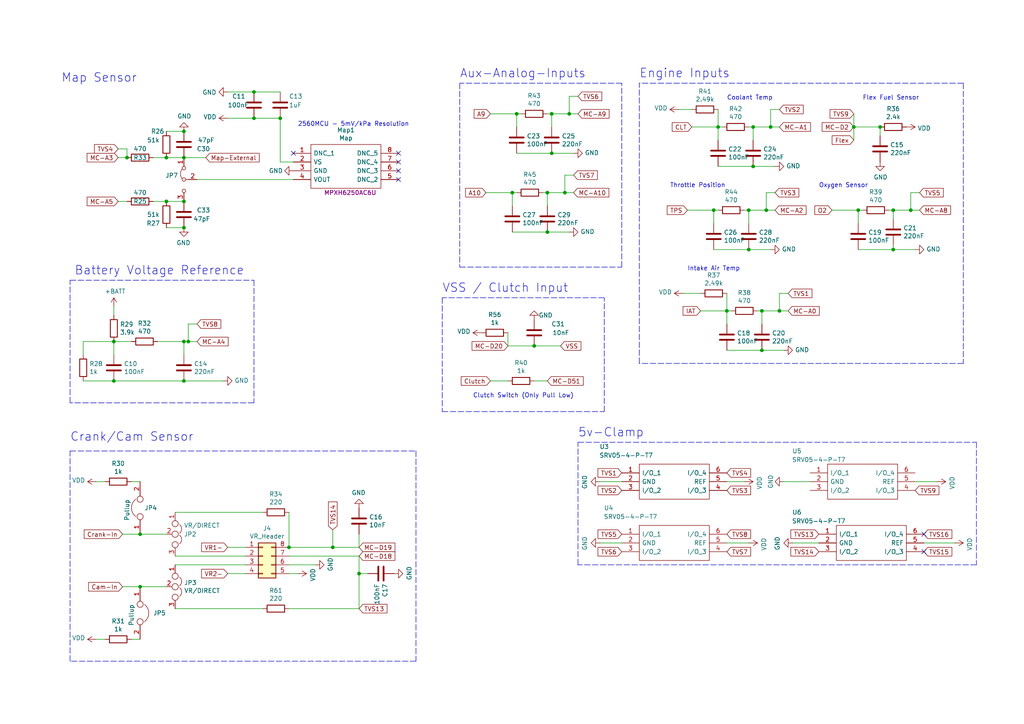
<source format=kicad_sch>
(kicad_sch (version 20211123) (generator eeschema)
  (paper "A4")
  (title_block (title "Pre-Ignition X4") (date "2022-10-1") (rev "MX4B-2") (company "DetonationEMS") (comment 1 "detonationems.com"))
  (lib_symbols
    (symbol "Connector_Generic:Conn_02x04_Counter_Clockwise" (pin_names (offset 1.016) hide)
      (property "Reference" "J" (at 1.27 5.08 0))
      (property "Value" "Conn_02x04_Counter_Clockwise" (at 1.27 -7.62 0))
      (symbol "Conn_02x04_Counter_Clockwise_1_1"
        (rectangle (start -1.27 -4.953) (end 0 -5.207) (stroke (width 0.1524)))
        (rectangle (start -1.27 -2.413) (end 0 -2.667) (stroke (width 0.1524)))
        (rectangle (start -1.27 0.127) (end 0 -0.127) (stroke (width 0.1524)))
        (rectangle (start -1.27 2.667) (end 0 2.413) (stroke (width 0.1524)))
        (rectangle (start -1.27 3.81) (end 3.81 -6.35) (stroke (width 0.254)) (fill (type background)))
        (rectangle (start 3.81 -4.953) (end 2.54 -5.207) (stroke (width 0.1524)))
        (rectangle (start 3.81 -2.413) (end 2.54 -2.667) (stroke (width 0.1524)))
        (rectangle (start 3.81 0.127) (end 2.54 -0.127) (stroke (width 0.1524)))
        (rectangle (start 3.81 2.667) (end 2.54 2.413) (stroke (width 0.1524)))
        (pin passive line (at -5.08 2.54 0) (length 3.81) (name "Pin_1") (number "1"))
        (pin passive line (at -5.08 0 0) (length 3.81) (name "Pin_2") (number "2"))
        (pin passive line (at -5.08 -2.54 0) (length 3.81) (name "Pin_3") (number "3"))
        (pin passive line (at -5.08 -5.08 0) (length 3.81) (name "Pin_4") (number "4"))
        (pin passive line (at 7.62 -5.08 180) (length 3.81) (name "Pin_5") (number "5"))
        (pin passive line (at 7.62 -2.54 180) (length 3.81) (name "Pin_6") (number "6"))
        (pin passive line (at 7.62 0 180) (length 3.81) (name "Pin_7") (number "7"))
        (pin passive line (at 7.62 2.54 180) (length 3.81) (name "Pin_8") (number "8"))
      )
    )
    (symbol "Device:C" (pin_numbers hide) (pin_names (offset 0.254))
      (property "Reference" "C" (at 0.635 2.54 0))
      (property "Value" "C" (at 0.635 -2.54 0))
      (symbol "C_0_1"
        (polyline (pts (xy -2.032 -0.762) (xy 2.032 -0.762)) (stroke (width 0.508)))
        (polyline (pts (xy -2.032 0.762) (xy 2.032 0.762)) (stroke (width 0.508)))
      )
      (symbol "C_1_1"
        (pin passive line (at 0 3.81 270) (length 2.794) (name "~") (number "1"))
        (pin passive line (at 0 -3.81 90) (length 2.794) (name "~") (number "2"))
      )
    )
    (symbol "Device:R" (pin_numbers hide) (pin_names (offset 0))
      (property "Reference" "R" (at 2.032 0 90))
      (property "Value" "R" (at 0 0 90))
      (symbol "R_0_1"
        (rectangle (start -1.016 -2.54) (end 1.016 2.54) (stroke (width 0.254)))
      )
      (symbol "R_1_1"
        (pin passive line (at 0 3.81 270) (length 1.27) (name "~") (number "1"))
        (pin passive line (at 0 -3.81 90) (length 1.27) (name "~") (number "2"))
      )
    )
    (symbol "Pre_Ignition-rescue:Jumper-Device" (pin_names (offset 0.762) hide)
      (property "Reference" "JP" (at 0 3.81 0))
      (property "Value" "Jumper-Device" (at 0 -2.032 0))
      (symbol "Jumper-Device_0_1"
        (circle (center -2.54 0) (radius 0.889))
        (arc (start 2.5146 1.27) (mid 0.0078 2.5097) (end -2.4892 1.27))
        (circle (center 2.54 0) (radius 0.889))
        (pin passive line (at -7.62 0 0) (length 4.191) (name "1") (number "1"))
        (pin passive line (at 7.62 0 180) (length 4.191) (name "2") (number "2"))
      )
    )
    (symbol "Pre_Ignition-rescue:Jumper_3_Bridged12-Jumper" (pin_names (offset 0) hide)
      (property "Reference" "JP" (at -2.54 -2.54 0))
      (property "Value" "Jumper_3_Bridged12-Jumper" (at 0 2.794 0))
      (symbol "Jumper_3_Bridged12-Jumper_0_0"
        (circle (center -3.302 0) (radius 0.508))
        (circle (center 0 0) (radius 0.508))
        (circle (center 3.302 0) (radius 0.508))
      )
      (symbol "Jumper_3_Bridged12-Jumper_0_1"
        (arc (start -0.254 0.508) (mid -1.651 0.9912) (end -3.048 0.508))
        (polyline (pts (xy 0 -1.27) (xy 0 -0.508)))
      )
      (symbol "Jumper_3_Bridged12-Jumper_1_1"
        (pin passive line (at -6.35 0 0) (length 2.54) (name "A") (number "1"))
        (pin input line (at 0 -3.81 90) (length 2.54) (name "C") (number "2"))
        (pin passive line (at 6.35 0 180) (length 2.54) (name "B") (number "3"))
      )
    )
    (symbol "Pre_Ignition-rescue:Jumper_NC_Dual-Device" (pin_names (offset 0.762) hide)
      (property "Reference" "JP" (at 1.27 -2.54 0))
      (property "Value" "Jumper_NC_Dual-Device" (at 0 2.54 0))
      (symbol "Jumper_NC_Dual-Device_0_1"
        (circle (center -3.048 0) (radius 0.889))
        (arc (start -0.254 1.27) (mid -1.524 1.8804) (end -2.794 1.27))
        (circle (center 0 0) (radius 0.9144))
        (arc (start 2.794 1.27) (mid 1.524 1.8804) (end 0.254 1.27))
        (circle (center 3.048 0) (radius 0.889))
        (pin passive line (at -6.35 0 0) (length 2.413) (name "1") (number "1"))
        (pin passive line (at 0 -2.54 90) (length 1.524) (name "2") (number "2"))
        (pin passive line (at 6.35 0 180) (length 2.413) (name "3") (number "3"))
      )
    )
    (symbol "Pre_Ignition-rescue:MPXH6250AC6U-MPXH6250-Pre_Ignition-rescue-Pre_Ignition-rescue-Pre_Ignition-rescue-Pre_Ignition-rescue" (pin_names (offset 0.762))
      (property "Reference" "IC" (at 26.67 7.62 0))
      (property "Value" "MPXH6250AC6U-MPXH6250-Pre_Ignition-rescue-Pre_Ignition-rescue-Pre_Ignition-rescue-Pre_Ignition-rescue" (at 26.67 5.08 0))
      (symbol "MPXH6250AC6U-MPXH6250-Pre_Ignition-rescue-Pre_Ignition-rescue-Pre_Ignition-rescue-Pre_Ignition-rescue_0_0"
        (pin passive line (at 0 0 0) (length 5.08) (name "DNC_1") (number "1"))
        (pin passive line (at 0 -2.54 0) (length 5.08) (name "VS") (number "2"))
        (pin passive line (at 0 -5.08 0) (length 5.08) (name "GND") (number "3"))
        (pin passive line (at 0 -7.62 0) (length 5.08) (name "VOUT") (number "4"))
        (pin passive line (at 30.48 -7.62 180) (length 5.08) (name "DNC_2") (number "5"))
        (pin passive line (at 30.48 -5.08 180) (length 5.08) (name "DNC_3") (number "6"))
        (pin passive line (at 30.48 -2.54 180) (length 5.08) (name "DNC_4") (number "7"))
        (pin passive line (at 30.48 0 180) (length 5.08) (name "DNC_5") (number "8"))
      )
      (symbol "MPXH6250AC6U-MPXH6250-Pre_Ignition-rescue-Pre_Ignition-rescue-Pre_Ignition-rescue-Pre_Ignition-rescue_0_1"
        (polyline (pts (xy 5.08 2.54) (xy 25.4 2.54) (xy 25.4 -10.16) (xy 5.08 -10.16) (xy 5.08 2.54)) (stroke (width 0.1524)))
      )
    )
    (symbol "Pre_Ignition-rescue:SRV05-4-P-T7-SRV05-4-P-T7-Pre_Ignition-rescue-Pre_Ignition-rescue-Pre_Ignition-rescue-Pre_Ignition-rescue" (pin_names (offset 0.762))
      (property "Reference" "IC" (at 26.67 7.62 0))
      (property "Value" "SRV05-4-P-T7-SRV05-4-P-T7-Pre_Ignition-rescue-Pre_Ignition-rescue-Pre_Ignition-rescue-Pre_Ignition-rescue" (at 26.67 5.08 0))
      (symbol "SRV05-4-P-T7-SRV05-4-P-T7-Pre_Ignition-rescue-Pre_Ignition-rescue-Pre_Ignition-rescue-Pre_Ignition-rescue_0_0"
        (pin passive line (at 0 0 0) (length 5.08) (name "I/O_1") (number "1"))
        (pin passive line (at 0 -2.54 0) (length 5.08) (name "GND") (number "2"))
        (pin passive line (at 0 -5.08 0) (length 5.08) (name "I/O_2") (number "3"))
        (pin passive line (at 30.48 -5.08 180) (length 5.08) (name "I/O_3") (number "4"))
        (pin passive line (at 30.48 -2.54 180) (length 5.08) (name "REF") (number "5"))
        (pin passive line (at 30.48 0 180) (length 5.08) (name "I/O_4") (number "6"))
      )
      (symbol "SRV05-4-P-T7-SRV05-4-P-T7-Pre_Ignition-rescue-Pre_Ignition-rescue-Pre_Ignition-rescue-Pre_Ignition-rescue_0_1"
        (polyline (pts (xy 5.08 2.54) (xy 25.4 2.54) (xy 25.4 -7.62) (xy 5.08 -7.62) (xy 5.08 2.54)) (stroke (width 0.1524)))
      )
    )
    (symbol "power:+BATT" (power) (pin_names (offset 0))
      (property "Value" "+BATT" (at 0 3.556 0))
      (symbol "+BATT_0_1"
        (polyline (pts (xy -0.762 1.27) (xy 0 2.54)))
        (polyline (pts (xy 0 0) (xy 0 2.54)))
        (polyline (pts (xy 0 2.54) (xy 0.762 1.27)))
      )
      (symbol "+BATT_1_1"
        (pin power_in line (at 0 0 90) (length 0) hide (name "+BATT") (number "1"))
      )
    )
    (symbol "power:GND" (power) (pin_names (offset 0))
      (property "Value" "GND" (at 0 -3.81 0))
      (symbol "GND_0_1"
        (polyline (pts (xy 0 0) (xy 0 -1.27) (xy 1.27 -1.27) (xy 0 -2.54) (xy -1.27 -1.27) (xy 0 -1.27)))
      )
      (symbol "GND_1_1"
        (pin power_in line (at 0 0 270) (length 0) hide (name "GND") (number "1"))
      )
    )
    (symbol "power:VDD" (power) (pin_names (offset 0))
      (property "Value" "VDD" (at 0 3.81 0))
      (symbol "VDD_0_1"
        (polyline (pts (xy -0.762 1.27) (xy 0 2.54)))
        (polyline (pts (xy 0 0) (xy 0 2.54)))
        (polyline (pts (xy 0 2.54) (xy 0.762 1.27)))
      )
      (symbol "VDD_1_1"
        (pin power_in line (at 0 0 90) (length 0) hide (name "VDD") (number "1"))
      )
    )
  )
  (junction (at 54.61 99.06))
  (junction (at 264.16 60.96))
  (junction (at 165.1 33.02))
  (junction (at 148.59 55.88))
  (junction (at 259.08 72.39))
  (junction (at 104.14 166.37))
  (junction (at 53.34 45.72))
  (junction (at 207.01 60.96))
  (junction (at 53.34 66.04))
  (junction (at 33.02 99.06))
  (junction (at 220.98 90.17))
  (junction (at 53.34 58.42))
  (junction (at 208.28 36.83))
  (junction (at 53.34 110.49))
  (junction (at 48.26 45.72))
  (junction (at 160.02 33.02))
  (junction (at 248.92 60.96))
  (junction (at 53.34 99.06))
  (junction (at 217.17 60.96))
  (junction (at 73.66 34.29))
  (junction (at 220.98 101.6))
  (junction (at 218.44 36.83))
  (junction (at 53.34 38.1))
  (junction (at 217.17 72.39))
  (junction (at 36.83 45.72))
  (junction (at 33.02 110.49))
  (junction (at 154.94 100.33))
  (junction (at 255.27 36.83))
  (junction (at 96.52 158.75))
  (junction (at 160.02 44.45))
  (junction (at 218.44 48.26))
  (junction (at 210.82 90.17))
  (junction (at 163.83 55.88))
  (junction (at 73.66 26.67))
  (junction (at 226.06 90.17))
  (junction (at 158.75 55.88))
  (junction (at 149.86 33.02))
  (junction (at 83.82 158.75))
  (junction (at 158.75 67.31))
  (junction (at 247.65 36.83))
  (junction (at 40.64 170.18))
  (junction (at 81.28 34.29))
  (junction (at 259.08 60.96))
  (junction (at 223.52 36.83))
  (junction (at 40.64 154.94))
  (junction (at 48.26 58.42))
  (junction (at 222.25 60.96))
  (no_connect (at 267.97 160.02))
  (no_connect (at 267.97 154.94))
  (no_connect (at 115.57 44.45))
  (no_connect (at 85.09 44.45))
  (no_connect (at 115.57 46.99))
  (no_connect (at 115.57 52.07))
  (no_connect (at 115.57 49.53))
  (polyline (pts (xy 133.35 24.13) (xy 133.35 77.47)))
  (polyline (pts (xy 128.27 86.36) (xy 128.27 119.38)))
  (wire (pts (xy 104.14 166.37) (xy 104.14 176.53)))
  (wire (pts (xy 96.52 153.67) (xy 96.52 158.75)))
  (wire (pts (xy 234.95 139.7) (xy 227.33 139.7)))
  (polyline (pts (xy 20.32 130.81) (xy 120.65 130.81)))
  (wire (pts (xy 147.32 96.52) (xy 147.32 100.33)))
  (wire (pts (xy 199.39 60.96) (xy 207.01 60.96)))
  (wire (pts (xy 241.3 60.96) (xy 248.92 60.96)))
  (wire (pts (xy 140.97 55.88) (xy 148.59 55.88)))
  (wire (pts (xy 53.34 66.04) (xy 48.26 66.04)))
  (wire (pts (xy 227.33 101.6) (xy 220.98 101.6)))
  (wire (pts (xy 207.01 60.96) (xy 207.01 64.77)))
  (wire (pts (xy 228.6 85.09) (xy 226.06 85.09)))
  (polyline (pts (xy 20.32 81.28) (xy 73.66 81.28)))
  (wire (pts (xy 154.94 110.49) (xy 158.75 110.49)))
  (wire (pts (xy 203.2 85.09) (xy 198.12 85.09)))
  (wire (pts (xy 148.59 55.88) (xy 148.59 59.69)))
  (wire (pts (xy 53.34 99.06) (xy 54.61 99.06)))
  (polyline (pts (xy 175.26 119.38) (xy 175.26 86.36)))
  (wire (pts (xy 210.82 101.6) (xy 220.98 101.6)))
  (wire (pts (xy 229.87 157.48) (xy 237.49 157.48)))
  (wire (pts (xy 163.83 50.8) (xy 163.83 55.88)))
  (wire (pts (xy 81.28 34.29) (xy 81.28 46.99)))
  (wire (pts (xy 255.27 36.83) (xy 255.27 39.37)))
  (wire (pts (xy 210.82 90.17) (xy 212.09 90.17)))
  (wire (pts (xy 264.16 60.96) (xy 266.7 60.96)))
  (wire (pts (xy 44.45 58.42) (xy 48.26 58.42)))
  (wire (pts (xy 38.1 185.42) (xy 40.64 185.42)))
  (wire (pts (xy 73.66 34.29) (xy 81.28 34.29)))
  (wire (pts (xy 57.15 93.98) (xy 54.61 93.98)))
  (wire (pts (xy 71.12 166.37) (xy 66.04 166.37)))
  (wire (pts (xy 45.72 99.06) (xy 53.34 99.06)))
  (wire (pts (xy 149.86 33.02) (xy 151.13 33.02)))
  (wire (pts (xy 210.82 85.09) (xy 210.82 90.17)))
  (wire (pts (xy 222.25 55.88) (xy 222.25 60.96)))
  (wire (pts (xy 83.82 161.29) (xy 104.14 161.29)))
  (wire (pts (xy 210.82 157.48) (xy 217.17 157.48)))
  (polyline (pts (xy 279.4 24.13) (xy 279.4 105.41)))
  (polyline (pts (xy 167.64 128.27) (xy 283.21 128.27)))
  (polyline (pts (xy 175.26 86.36) (xy 128.27 86.36)))
  (polyline (pts (xy 180.34 77.47) (xy 180.34 24.13)))
  (wire (pts (xy 36.83 43.18) (xy 34.29 43.18)))
  (wire (pts (xy 66.04 34.29) (xy 73.66 34.29)))
  (wire (pts (xy 24.13 110.49) (xy 33.02 110.49)))
  (wire (pts (xy 226.06 85.09) (xy 226.06 90.17)))
  (wire (pts (xy 157.48 55.88) (xy 158.75 55.88)))
  (wire (pts (xy 36.83 45.72) (xy 36.83 43.18)))
  (wire (pts (xy 218.44 36.83) (xy 223.52 36.83)))
  (wire (pts (xy 24.13 99.06) (xy 33.02 99.06)))
  (wire (pts (xy 166.37 50.8) (xy 163.83 50.8)))
  (polyline (pts (xy 279.4 24.13) (xy 185.42 24.13)))
  (polyline (pts (xy 185.42 105.41) (xy 185.42 24.13)))
  (wire (pts (xy 50.8 161.29) (xy 71.12 161.29)))
  (wire (pts (xy 200.66 36.83) (xy 208.28 36.83)))
  (wire (pts (xy 48.26 38.1) (xy 53.34 38.1)))
  (wire (pts (xy 215.9 139.7) (xy 210.82 139.7)))
  (wire (pts (xy 224.79 55.88) (xy 222.25 55.88)))
  (wire (pts (xy 158.75 55.88) (xy 158.75 59.69)))
  (wire (pts (xy 40.64 170.18) (xy 35.56 170.18)))
  (wire (pts (xy 36.83 45.72) (xy 34.29 45.72)))
  (wire (pts (xy 83.82 158.75) (xy 83.82 148.59)))
  (wire (pts (xy 106.68 166.37) (xy 104.14 166.37)))
  (wire (pts (xy 166.37 44.45) (xy 160.02 44.45)))
  (wire (pts (xy 33.02 88.9) (xy 33.02 91.44)))
  (wire (pts (xy 165.1 27.94) (xy 165.1 33.02)))
  (wire (pts (xy 54.61 93.98) (xy 54.61 99.06)))
  (wire (pts (xy 33.02 99.06) (xy 38.1 99.06)))
  (wire (pts (xy 215.9 60.96) (xy 217.17 60.96)))
  (wire (pts (xy 24.13 102.87) (xy 24.13 99.06)))
  (polyline (pts (xy 128.27 119.38) (xy 175.26 119.38)))
  (wire (pts (xy 30.48 139.7) (xy 27.94 139.7)))
  (wire (pts (xy 83.82 158.75) (xy 96.52 158.75)))
  (wire (pts (xy 247.65 36.83) (xy 255.27 36.83)))
  (wire (pts (xy 48.26 170.18) (xy 40.64 170.18)))
  (wire (pts (xy 203.2 90.17) (xy 210.82 90.17)))
  (wire (pts (xy 217.17 60.96) (xy 217.17 64.77)))
  (wire (pts (xy 59.69 45.72) (xy 53.34 45.72)))
  (wire (pts (xy 83.82 166.37) (xy 86.36 166.37)))
  (wire (pts (xy 259.08 63.5) (xy 259.08 60.96)))
  (wire (pts (xy 208.28 48.26) (xy 218.44 48.26)))
  (wire (pts (xy 38.1 139.7) (xy 40.64 139.7)))
  (wire (pts (xy 165.1 33.02) (xy 167.64 33.02)))
  (polyline (pts (xy 283.21 163.83) (xy 167.64 163.83)))
  (wire (pts (xy 158.75 55.88) (xy 163.83 55.88)))
  (wire (pts (xy 224.79 48.26) (xy 218.44 48.26)))
  (wire (pts (xy 257.81 60.96) (xy 259.08 60.96)))
  (polyline (pts (xy 180.34 24.13) (xy 133.35 24.13)))
  (wire (pts (xy 223.52 72.39) (xy 217.17 72.39)))
  (wire (pts (xy 226.06 90.17) (xy 228.6 90.17)))
  (wire (pts (xy 217.17 60.96) (xy 222.25 60.96)))
  (wire (pts (xy 223.52 31.75) (xy 223.52 36.83)))
  (wire (pts (xy 91.44 163.83) (xy 83.82 163.83)))
  (polyline (pts (xy 120.65 130.81) (xy 120.65 191.77)))
  (wire (pts (xy 48.26 45.72) (xy 53.34 45.72)))
  (wire (pts (xy 264.16 55.88) (xy 264.16 60.96)))
  (wire (pts (xy 149.86 33.02) (xy 149.86 36.83)))
  (wire (pts (xy 208.28 36.83) (xy 208.28 40.64)))
  (wire (pts (xy 104.14 154.94) (xy 104.14 158.75)))
  (polyline (pts (xy 73.66 116.84) (xy 20.32 116.84)))
  (wire (pts (xy 259.08 60.96) (xy 264.16 60.96)))
  (wire (pts (xy 165.1 67.31) (xy 158.75 67.31)))
  (wire (pts (xy 96.52 158.75) (xy 104.14 158.75)))
  (wire (pts (xy 210.82 90.17) (xy 210.82 93.98)))
  (wire (pts (xy 76.2 148.59) (xy 50.8 148.59)))
  (wire (pts (xy 266.7 55.88) (xy 264.16 55.88)))
  (wire (pts (xy 57.15 52.07) (xy 85.09 52.07)))
  (polyline (pts (xy 20.32 191.77) (xy 20.32 130.81)))
  (wire (pts (xy 76.2 176.53) (xy 50.8 176.53)))
  (wire (pts (xy 271.78 139.7) (xy 265.43 139.7)))
  (wire (pts (xy 196.85 31.75) (xy 200.66 31.75)))
  (wire (pts (xy 27.94 185.42) (xy 30.48 185.42)))
  (wire (pts (xy 160.02 33.02) (xy 160.02 36.83)))
  (polyline (pts (xy 167.64 163.83) (xy 167.64 128.27)))
  (polyline (pts (xy 120.65 191.77) (xy 20.32 191.77)))
  (wire (pts (xy 248.92 60.96) (xy 248.92 64.77)))
  (wire (pts (xy 73.66 26.67) (xy 66.04 26.67)))
  (wire (pts (xy 36.83 58.42) (xy 34.29 58.42)))
  (wire (pts (xy 148.59 55.88) (xy 149.86 55.88)))
  (wire (pts (xy 147.32 100.33) (xy 154.94 100.33)))
  (wire (pts (xy 35.56 154.94) (xy 40.64 154.94)))
  (wire (pts (xy 81.28 46.99) (xy 85.09 46.99)))
  (wire (pts (xy 208.28 36.83) (xy 209.55 36.83)))
  (wire (pts (xy 220.98 90.17) (xy 220.98 93.98)))
  (polyline (pts (xy 133.35 77.47) (xy 180.34 77.47)))
  (wire (pts (xy 247.65 33.02) (xy 247.65 36.83)))
  (wire (pts (xy 54.61 99.06) (xy 57.15 99.06)))
  (wire (pts (xy 33.02 102.87) (xy 33.02 99.06)))
  (wire (pts (xy 218.44 36.83) (xy 218.44 40.64)))
  (wire (pts (xy 33.02 110.49) (xy 53.34 110.49)))
  (wire (pts (xy 158.75 33.02) (xy 160.02 33.02)))
  (wire (pts (xy 207.01 72.39) (xy 217.17 72.39)))
  (polyline (pts (xy 279.4 105.41) (xy 185.42 105.41)))
  (wire (pts (xy 148.59 67.31) (xy 158.75 67.31)))
  (wire (pts (xy 267.97 157.48) (xy 276.86 157.48)))
  (wire (pts (xy 208.28 31.75) (xy 208.28 36.83)))
  (wire (pts (xy 147.32 110.49) (xy 142.24 110.49)))
  (wire (pts (xy 226.06 31.75) (xy 223.52 31.75)))
  (wire (pts (xy 248.92 60.96) (xy 250.19 60.96)))
  (wire (pts (xy 50.8 163.83) (xy 71.12 163.83)))
  (wire (pts (xy 259.08 72.39) (xy 265.43 72.39)))
  (wire (pts (xy 142.24 33.02) (xy 149.86 33.02)))
  (wire (pts (xy 64.77 110.49) (xy 53.34 110.49)))
  (wire (pts (xy 81.28 26.67) (xy 73.66 26.67)))
  (wire (pts (xy 163.83 55.88) (xy 166.37 55.88)))
  (wire (pts (xy 220.98 90.17) (xy 226.06 90.17)))
  (wire (pts (xy 248.92 72.39) (xy 259.08 72.39)))
  (wire (pts (xy 217.17 36.83) (xy 218.44 36.83)))
  (wire (pts (xy 83.82 176.53) (xy 104.14 176.53)))
  (wire (pts (xy 48.26 58.42) (xy 53.34 58.42)))
  (polyline (pts (xy 73.66 81.28) (xy 73.66 116.84)))
  (wire (pts (xy 154.94 100.33) (xy 162.56 100.33)))
  (wire (pts (xy 40.64 154.94) (xy 48.26 154.94)))
  (wire (pts (xy 149.86 44.45) (xy 160.02 44.45)))
  (wire (pts (xy 48.26 45.72) (xy 44.45 45.72)))
  (wire (pts (xy 173.99 139.7) (xy 180.34 139.7)))
  (wire (pts (xy 53.34 102.87) (xy 53.34 99.06)))
  (wire (pts (xy 167.64 27.94) (xy 165.1 27.94)))
  (wire (pts (xy 71.12 158.75) (xy 66.04 158.75)))
  (wire (pts (xy 160.02 33.02) (xy 165.1 33.02)))
  (polyline (pts (xy 20.32 116.84) (xy 20.32 81.28)))
  (wire (pts (xy 247.65 36.83) (xy 247.65 40.64)))
  (wire (pts (xy 222.25 60.96) (xy 224.79 60.96)))
  (wire (pts (xy 219.71 90.17) (xy 220.98 90.17)))
  (polyline (pts (xy 283.21 128.27) (xy 283.21 163.83)))
  (wire (pts (xy 223.52 36.83) (xy 226.06 36.83)))
  (wire (pts (xy 104.14 161.29) (xy 104.14 166.37)))
  (wire (pts (xy 207.01 60.96) (xy 208.28 60.96)))
  (wire (pts (xy 259.08 71.12) (xy 259.08 72.39)))
  (wire (pts (xy 180.34 157.48) (xy 173.99 157.48)))
  (text "2560MCU - 5mV/kPa Resolution" (at 86.36 36.83 0) (effects (font (size 1.27 1.27)) (justify left bottom)))
  (text "Coolant Temp" (at 210.82 29.21 0) (effects (font (size 1.27 1.27)) (justify left bottom)))
  (text "Throttle Position" (at 194.31 54.61 0) (effects (font (size 1.27 1.27)) (justify left bottom)))
  (text "VSS / Clutch Input" (at 128.27 85.09 0) (effects (font (size 2.4892 2.4892)) (justify left bottom)))
  (text "Intake Air Temp" (at 199.39 78.74 0) (effects (font (size 1.27 1.27)) (justify left bottom)))
  (text "Battery Voltage Reference" (at 21.59 80.01 0) (effects (font (size 2.4892 2.4892)) (justify left bottom)))
  (text "Crank/Cam Sensor" (at 20.32 128.27 0) (effects (font (size 2.4892 2.4892)) (justify left bottom)))
  (text "Map Sensor" (at 17.78 24.13 0) (effects (font (size 2.4892 2.4892)) (justify left bottom)))
  (text "Engine Inputs" (at 185.42 22.86 0) (effects (font (size 2.54 2.54)) (justify left bottom)))
  (text "Clutch Switch (Only Pull Low)" (at 137.16 115.57 0) (effects (font (size 1.27 1.27)) (justify left bottom)))
  (text "Aux-Analog-Inputs" (at 133.35 22.86 0) (effects (font (size 2.4892 2.4892)) (justify left bottom)))
  (text "Flex Fuel Sensor" (at 250.19 29.21 0) (effects (font (size 1.27 1.27)) (justify left bottom)))
  (text "Oxygen Sensor" (at 237.49 54.61 0) (effects (font (size 1.27 1.27)) (justify left bottom)))
  (text "5v-Clamp" (at 167.64 127 0) (effects (font (size 2.4892 2.4892)) (justify left bottom)))
  (global_label "MC-A9" (shape input) (at 167.64 33.02 0) (property "Intersheet References" "${INTERSHEET_REFS}" (effects hide)))
  (global_label "MC-A8" (shape input) (at 266.7 60.96 0) (property "Intersheet References" "${INTERSHEET_REFS}" (effects hide)))
  (global_label "MC-A3" (shape input) (at 34.29 45.72 180) (property "Intersheet References" "${INTERSHEET_REFS}" (effects hide)))
  (global_label "TVS1" (shape input) (at 228.6 85.09 0) (property "Intersheet References" "${INTERSHEET_REFS}" (effects hide)))
  (global_label "TVS2" (shape input) (at 180.34 142.24 180) (property "Intersheet References" "${INTERSHEET_REFS}" (effects hide)))
  (global_label "CLT" (shape input) (at 200.66 36.83 180) (property "Intersheet References" "${INTERSHEET_REFS}" (effects hide)))
  (global_label "MC-D18" (shape input) (at 104.14 161.29 0) (property "Intersheet References" "${INTERSHEET_REFS}" (effects hide)))
  (global_label "TVS15" (shape input) (at 267.97 160.02 0) (property "Intersheet References" "${INTERSHEET_REFS}" (effects hide)))
  (global_label "MC-D51" (shape input) (at 158.75 110.49 0) (property "Intersheet References" "${INTERSHEET_REFS}" (effects hide)))
  (global_label "A9" (shape input) (at 142.24 33.02 180) (property "Intersheet References" "${INTERSHEET_REFS}" (effects hide)))
  (global_label "A10" (shape input) (at 140.97 55.88 180) (property "Intersheet References" "${INTERSHEET_REFS}" (effects hide)))
  (global_label "TVS5" (shape input) (at 180.34 154.94 180) (property "Intersheet References" "${INTERSHEET_REFS}" (effects hide)))
  (global_label "VR2-" (shape input) (at 66.04 166.37 180) (property "Intersheet References" "${INTERSHEET_REFS}" (effects hide)))
  (global_label "MC-A10" (shape input) (at 166.37 55.88 0) (property "Intersheet References" "${INTERSHEET_REFS}" (effects hide)))
  (global_label "MC-A0" (shape input) (at 228.6 90.17 0) (property "Intersheet References" "${INTERSHEET_REFS}" (effects hide)))
  (global_label "TVS3" (shape input) (at 224.79 55.88 0) (property "Intersheet References" "${INTERSHEET_REFS}" (effects hide)))
  (global_label "TVS4" (shape input) (at 34.29 43.18 180) (property "Intersheet References" "${INTERSHEET_REFS}" (effects hide)))
  (global_label "MC-A5" (shape input) (at 34.29 58.42 180) (property "Intersheet References" "${INTERSHEET_REFS}" (effects hide)))
  (global_label "Map-External" (shape input) (at 59.69 45.72 0) (property "Intersheet References" "${INTERSHEET_REFS}" (effects hide)))
  (global_label "MC-A2" (shape input) (at 224.79 60.96 0) (property "Intersheet References" "${INTERSHEET_REFS}" (effects hide)))
  (global_label "TVS9" (shape input) (at 265.43 142.24 0) (property "Intersheet References" "${INTERSHEET_REFS}" (effects hide)))
  (global_label "TVS7" (shape input) (at 166.37 50.8 0) (property "Intersheet References" "${INTERSHEET_REFS}" (effects hide)))
  (global_label "IAT" (shape input) (at 203.2 90.17 180) (property "Intersheet References" "${INTERSHEET_REFS}" (effects hide)))
  (global_label "TVS13" (shape input) (at 104.14 176.53 0) (property "Intersheet References" "${INTERSHEET_REFS}" (effects hide)))
  (global_label "Crank-In" (shape input) (at 35.56 154.94 180) (property "Intersheet References" "${INTERSHEET_REFS}" (effects hide)))
  (global_label "TVS8" (shape input) (at 210.82 154.94 0) (property "Intersheet References" "${INTERSHEET_REFS}" (effects hide)))
  (global_label "Cam-In" (shape input) (at 35.56 170.18 180) (property "Intersheet References" "${INTERSHEET_REFS}" (effects hide)))
  (global_label "Flex" (shape input) (at 247.65 40.64 180) (property "Intersheet References" "${INTERSHEET_REFS}" (effects hide)))
  (global_label "TVS14" (shape input) (at 237.49 160.02 180) (property "Intersheet References" "${INTERSHEET_REFS}" (effects hide)))
  (global_label "TVS14" (shape input) (at 96.52 153.67 90) (property "Intersheet References" "${INTERSHEET_REFS}" (effects hide)))
  (global_label "TVS16" (shape input) (at 267.97 154.94 0) (property "Intersheet References" "${INTERSHEET_REFS}" (effects hide)))
  (global_label "VR1-" (shape input) (at 66.04 158.75 180) (property "Intersheet References" "${INTERSHEET_REFS}" (effects hide)))
  (global_label "MC-A4" (shape input) (at 57.15 99.06 0) (property "Intersheet References" "${INTERSHEET_REFS}" (effects hide)))
  (global_label "MC-A1" (shape input) (at 226.06 36.83 0) (property "Intersheet References" "${INTERSHEET_REFS}" (effects hide)))
  (global_label "TVS6" (shape input) (at 180.34 160.02 180) (property "Intersheet References" "${INTERSHEET_REFS}" (effects hide)))
  (global_label "Clutch" (shape input) (at 142.24 110.49 180) (property "Intersheet References" "${INTERSHEET_REFS}" (effects hide)))
  (global_label "TVS7" (shape input) (at 210.82 160.02 0) (property "Intersheet References" "${INTERSHEET_REFS}" (effects hide)))
  (global_label "TVS5" (shape input) (at 266.7 55.88 0) (property "Intersheet References" "${INTERSHEET_REFS}" (effects hide)))
  (global_label "TVS2" (shape input) (at 226.06 31.75 0) (property "Intersheet References" "${INTERSHEET_REFS}" (effects hide)))
  (global_label "MC-D2" (shape input) (at 247.65 36.83 180) (property "Intersheet References" "${INTERSHEET_REFS}" (effects hide)))
  (global_label "TVS6" (shape input) (at 167.64 27.94 0) (property "Intersheet References" "${INTERSHEET_REFS}" (effects hide)))
  (global_label "TVS1" (shape input) (at 180.34 137.16 180) (property "Intersheet References" "${INTERSHEET_REFS}" (effects hide)))
  (global_label "TVS4" (shape input) (at 210.82 137.16 0) (property "Intersheet References" "${INTERSHEET_REFS}" (effects hide)))
  (global_label "MC-D19" (shape input) (at 104.14 158.75 0) (property "Intersheet References" "${INTERSHEET_REFS}" (effects hide)))
  (global_label "TVS8" (shape input) (at 57.15 93.98 0) (property "Intersheet References" "${INTERSHEET_REFS}" (effects hide)))
  (global_label "MC-D20" (shape input) (at 147.32 100.33 180) (property "Intersheet References" "${INTERSHEET_REFS}" (effects hide)))
  (global_label "TVS3" (shape input) (at 210.82 142.24 0) (property "Intersheet References" "${INTERSHEET_REFS}" (effects hide)))
  (global_label "O2" (shape input) (at 241.3 60.96 180) (property "Intersheet References" "${INTERSHEET_REFS}" (effects hide)))
  (global_label "VSS" (shape input) (at 162.56 100.33 0) (property "Intersheet References" "${INTERSHEET_REFS}" (effects hide)))
  (global_label "TVS9" (shape input) (at 247.65 33.02 180) (property "Intersheet References" "${INTERSHEET_REFS}" (effects hide)))
  (global_label "TPS" (shape input) (at 199.39 60.96 180) (property "Intersheet References" "${INTERSHEET_REFS}" (effects hide)))
  (global_label "TVS13" (shape input) (at 237.49 154.94 180) (property "Intersheet References" "${INTERSHEET_REFS}" (effects hide)))
  (symbol (lib_id "Pre_Ignition-rescue:MPXH6250AC6U-MPXH6250-Pre_Ignition-rescue-Pre_Ignition-rescue-Pre_Ignition-rescue-Pre_Ignition-rescue") (at 85.09 44.45 0) (unit 1)
    (property "Reference" "Map1" (at 100.33 37.719 0))
    (property "Value" "Map" (at 100.33 40.0304 0))
    (property "Footprint" "Sensor_Pressure:Freescale_98ARH99066A" (effects hide))
    (property "Datasheet" "https://www.nxp.com/docs/en/data-sheet/MPXH6250A.pdf" (effects hide))
    (property "Description" "Board Mount Pressure Sensor 0.3V to 4.9V 20kPa to 250kPa Absolute Automotive 8-Pin SSOP Tube" (effects hide))
    (property "Height" "9.906" (effects hide))
    (property "Manufacturer_Name" "NXP" (effects hide))
    (property "Manufacturer_Part_Number" "MPXH6250AC6U" (at 93.98 55.88 0) (effects (justify left)))
    (property "Mouser Part Number" "841-MPXH6250AC6U" (effects hide))
    (property "Mouser Price/Stock" "https://www.mouser.co.uk/ProductDetail/NXP-Semiconductors/MPXH6250AC6U?qs=N2XN0KY4UWWpnHorf60pnA%3D%3D" (effects hide))
    (property "Arrow Part Number" "MPXH6250AC6U" (effects hide))
    (property "Arrow Price/Stock" "https://www.arrow.com/en/products/mpxh6250ac6u/nxp-semiconductors" (effects hide))
  )
  (symbol (lib_id "Device:C") (at 81.28 30.48 0) (unit 1)
    (property "Reference" "C13" (at 83.82 27.94 0) (effects (justify left)))
    (property "Value" "1uF" (at 83.82 30.48 0) (effects (justify left)))
    (property "Footprint" "Capacitor_SMD:C_0603_1608Metric" (effects hide))
    (property "JLC" "C15849" (effects hide))
    (property "LCSC" "C15849" (effects hide))
  )
  (symbol (lib_id "Device:R") (at 212.09 60.96 270) (unit 1)
    (property "Reference" "R44" (at 212.09 55.7022 90))
    (property "Value" "470" (at 212.09 58.0136 90))
    (property "Footprint" "Resistor_SMD:R_0603_1608Metric" (effects hide))
    (property "JLC" "C23179" (effects hide))
    (property "LCSC" "C23179" (effects hide))
  )
  (symbol (lib_id "Device:C") (at 73.66 30.48 0) (unit 1)
    (property "Reference" "C11" (at 67.31 27.94 0) (effects (justify left)))
    (property "Value" "100nF" (at 66.04 30.48 0) (effects (justify left)))
    (property "Footprint" "Capacitor_SMD:C_0603_1608Metric" (effects hide))
    (property "JLC" "C14663" (effects hide))
    (property "LCSC" "C14663" (effects hide))
  )
  (symbol (lib_id "Device:C") (at 207.01 68.58 0) (unit 1)
    (property "Reference" "C26" (at 209.931 67.4116 0) (effects (justify left)))
    (property "Value" "100nF" (at 209.931 69.723 0) (effects (justify left)))
    (property "Footprint" "Capacitor_SMD:C_0603_1608Metric" (effects hide))
    (property "JLC" "C14663" (effects hide))
    (property "LCSC" "C14663" (effects hide))
  )
  (symbol (lib_id "Device:C") (at 217.17 68.58 0) (unit 1)
    (property "Reference" "C28" (at 220.091 67.4116 0) (effects (justify left)))
    (property "Value" "220nF" (at 220.091 69.723 0) (effects (justify left)))
    (property "Footprint" "Capacitor_SMD:C_0603_1608Metric" (effects hide))
    (property "JLC" "C5378 " (effects hide))
    (property "LCSC" "C5378 " (effects hide))
  )
  (symbol (lib_id "power:GND") (at 223.52 72.39 90) (unit 1)
    (property "Reference" "#PWR0118" (effects hide))
    (property "Value" "GND" (at 226.7712 72.263 90) (effects (justify right)))
  )
  (symbol (lib_id "Device:R") (at 254 60.96 270) (unit 1)
    (property "Reference" "R39" (at 254 55.7022 90))
    (property "Value" "470" (at 254 58.0136 90))
    (property "Footprint" "Resistor_SMD:R_0603_1608Metric" (effects hide))
    (property "JLC" "C23179" (effects hide))
    (property "LCSC" "C23179" (effects hide))
  )
  (symbol (lib_id "Device:C") (at 248.92 68.58 0) (unit 1)
    (property "Reference" "C19" (at 251.841 67.4116 0) (effects (justify left)))
    (property "Value" "100nF" (at 251.841 69.723 0) (effects (justify left)))
    (property "Footprint" "Capacitor_SMD:C_0603_1608Metric" (effects hide))
    (property "JLC" "C14663" (effects hide))
    (property "LCSC" "C14663" (effects hide))
  )
  (symbol (lib_id "Device:C") (at 259.08 67.31 0) (unit 1)
    (property "Reference" "C21" (at 262.001 66.1416 0) (effects (justify left)))
    (property "Value" "220nF" (at 262.001 68.453 0) (effects (justify left)))
    (property "Footprint" "Capacitor_SMD:C_0603_1608Metric" (effects hide))
    (property "JLC" "C5378 " (effects hide))
    (property "LCSC" "C5378 " (effects hide))
  )
  (symbol (lib_id "power:GND") (at 265.43 72.39 90) (unit 1)
    (property "Reference" "#PWR0117" (effects hide))
    (property "Value" "GND" (at 268.6812 72.263 90) (effects (justify right)))
  )
  (symbol (lib_id "Device:R") (at 40.64 45.72 270) (unit 1)
    (property "Reference" "R33" (at 40.64 45.72 90))
    (property "Value" "470" (at 40.64 43.18 90))
    (property "Footprint" "Resistor_SMD:R_0603_1608Metric" (effects hide))
    (property "JLC" "C23179" (effects hide))
    (property "LCSC" "C23179" (effects hide))
  )
  (symbol (lib_id "Device:R") (at 215.9 90.17 270) (unit 1)
    (property "Reference" "R38" (at 215.9 84.9122 90))
    (property "Value" "470" (at 215.9 87.2236 90))
    (property "Footprint" "Resistor_SMD:R_0603_1608Metric" (effects hide))
    (property "JLC" "C23179" (effects hide))
    (property "LCSC" "C23179" (effects hide))
  )
  (symbol (lib_id "Device:C") (at 210.82 97.79 0) (unit 1)
    (property "Reference" "C18" (at 213.741 96.6216 0) (effects (justify left)))
    (property "Value" "100nF" (at 213.741 98.933 0) (effects (justify left)))
    (property "Footprint" "Capacitor_SMD:C_0603_1608Metric" (effects hide))
    (property "JLC" "C14663" (effects hide))
    (property "LCSC" "C14663" (effects hide))
  )
  (symbol (lib_id "Device:C") (at 220.98 97.79 0) (unit 1)
    (property "Reference" "C20" (at 223.901 96.6216 0) (effects (justify left)))
    (property "Value" "220nF" (at 223.901 98.933 0) (effects (justify left)))
    (property "Footprint" "Capacitor_SMD:C_0603_1608Metric" (effects hide))
    (property "JLC" "C5378 " (effects hide))
    (property "LCSC" "C5378 " (effects hide))
  )
  (symbol (lib_id "power:GND") (at 227.33 101.6 90) (unit 1)
    (property "Reference" "#PWR0116" (effects hide))
    (property "Value" "GND" (at 230.5812 101.473 90) (effects (justify right)))
  )
  (symbol (lib_id "Device:R") (at 259.08 36.83 270) (unit 1)
    (property "Reference" "R36" (at 259.08 31.5722 90))
    (property "Value" "2.4k" (at 259.08 33.8836 90))
    (property "Footprint" "Resistor_SMD:R_0603_1608Metric" (effects hide))
    (property "JLC" "C22940" (effects hide))
    (property "LCSC" "C22940" (effects hide))
  )
  (symbol (lib_id "Device:C") (at 255.27 43.18 0) (unit 1)
    (property "Reference" "C15" (at 258.191 42.0116 0) (effects (justify left)))
    (property "Value" "220nF" (at 258.191 44.323 0) (effects (justify left)))
    (property "Footprint" "Capacitor_SMD:C_0603_1608Metric" (effects hide))
    (property "JLC" "C5378 " (effects hide))
    (property "LCSC" "C5378 " (effects hide))
  )
  (symbol (lib_id "power:GND") (at 255.27 46.99 0) (unit 1)
    (property "Reference" "#PWR0121" (effects hide))
    (property "Value" "GND" (at 255.397 51.3842 0))
  )
  (symbol (lib_id "Device:R") (at 213.36 36.83 270) (unit 1)
    (property "Reference" "R42" (at 213.36 31.5722 90))
    (property "Value" "470" (at 213.36 33.8836 90))
    (property "Footprint" "Resistor_SMD:R_0603_1608Metric" (effects hide))
    (property "JLC" "C23179" (effects hide))
    (property "LCSC" "C23179" (effects hide))
  )
  (symbol (lib_id "Device:C") (at 208.28 44.45 0) (unit 1)
    (property "Reference" "C22" (at 211.201 43.2816 0) (effects (justify left)))
    (property "Value" "100nF" (at 211.201 45.593 0) (effects (justify left)))
    (property "Footprint" "Capacitor_SMD:C_0603_1608Metric" (effects hide))
    (property "JLC" "C14663" (effects hide))
    (property "LCSC" "C14663" (effects hide))
  )
  (symbol (lib_id "Device:C") (at 218.44 44.45 0) (unit 1)
    (property "Reference" "C24" (at 221.361 43.2816 0) (effects (justify left)))
    (property "Value" "220nF" (at 221.361 45.593 0) (effects (justify left)))
    (property "Footprint" "Capacitor_SMD:C_0603_1608Metric" (effects hide))
    (property "JLC" "C5378 " (effects hide))
    (property "LCSC" "C5378 " (effects hide))
  )
  (symbol (lib_id "power:GND") (at 224.79 48.26 90) (unit 1)
    (property "Reference" "#PWR0115" (effects hide))
    (property "Value" "GND" (at 228.0412 48.133 90) (effects (justify right)))
  )
  (symbol (lib_id "Device:R") (at 204.47 31.75 270) (unit 1)
    (property "Reference" "R41" (at 204.47 26.4922 90))
    (property "Value" "2.49k" (at 204.47 28.8036 90))
    (property "Footprint" "Resistor_SMD:R_0603_1608Metric" (effects hide))
    (property "LCSC" "C491121" (effects hide))
  )
  (symbol (lib_id "Device:R") (at 207.01 85.09 270) (unit 1)
    (property "Reference" "R37" (at 207.01 79.8322 90))
    (property "Value" "2.49k" (at 207.01 82.1436 90))
    (property "Footprint" "Resistor_SMD:R_0603_1608Metric" (effects hide))
    (property "LCSC" "C491121" (effects hide))
  )
  (symbol (lib_id "power:VDD") (at 66.04 34.29 90) (unit 1)
    (property "Reference" "#PWR0150" (effects hide))
    (property "Value" "VDD" (at 62.8142 33.909 90) (effects (justify left)))
  )
  (symbol (lib_id "Device:R") (at 154.94 33.02 270) (unit 1)
    (property "Reference" "R43" (at 154.94 27.7622 90))
    (property "Value" "470" (at 154.94 30.0736 90))
    (property "Footprint" "Resistor_SMD:R_0603_1608Metric" (effects hide))
    (property "JLC" "C23179" (effects hide))
    (property "LCSC" "C23179" (effects hide))
  )
  (symbol (lib_id "Device:C") (at 149.86 40.64 0) (unit 1)
    (property "Reference" "C23" (at 152.781 39.4716 0) (effects (justify left)))
    (property "Value" "100nF" (at 152.781 41.783 0) (effects (justify left)))
    (property "Footprint" "Capacitor_SMD:C_0603_1608Metric" (effects hide))
    (property "JLC" "C14663" (effects hide))
    (property "LCSC" "C14663" (effects hide))
  )
  (symbol (lib_id "Device:C") (at 160.02 40.64 0) (unit 1)
    (property "Reference" "C25" (at 162.941 39.4716 0) (effects (justify left)))
    (property "Value" "220nF" (at 162.941 41.783 0) (effects (justify left)))
    (property "Footprint" "Capacitor_SMD:C_0603_1608Metric" (effects hide))
    (property "JLC" "C5378 " (effects hide))
    (property "LCSC" "C5378 " (effects hide))
  )
  (symbol (lib_id "power:GND") (at 166.37 44.45 90) (unit 1)
    (property "Reference" "#PWR0114" (effects hide))
    (property "Value" "GND" (at 169.6212 44.323 90) (effects (justify right)))
  )
  (symbol (lib_id "Device:R") (at 153.67 55.88 270) (unit 1)
    (property "Reference" "R45" (at 153.67 50.6222 90))
    (property "Value" "470" (at 153.67 52.9336 90))
    (property "Footprint" "Resistor_SMD:R_0603_1608Metric" (effects hide))
    (property "JLC" "C23179" (effects hide))
    (property "LCSC" "C23179" (effects hide))
  )
  (symbol (lib_id "Device:C") (at 148.59 63.5 0) (unit 1)
    (property "Reference" "C27" (at 151.511 62.3316 0) (effects (justify left)))
    (property "Value" "100nF" (at 151.511 64.643 0) (effects (justify left)))
    (property "Footprint" "Capacitor_SMD:C_0603_1608Metric" (effects hide))
    (property "JLC" "C14663" (effects hide))
    (property "LCSC" "C14663" (effects hide))
  )
  (symbol (lib_id "Device:C") (at 158.75 63.5 0) (unit 1)
    (property "Reference" "C29" (at 161.671 62.3316 0) (effects (justify left)))
    (property "Value" "220nF" (at 161.671 64.643 0) (effects (justify left)))
    (property "Footprint" "Capacitor_SMD:C_0603_1608Metric" (effects hide))
    (property "JLC" "C5378 " (effects hide))
    (property "LCSC" "C5378 " (effects hide))
  )
  (symbol (lib_id "power:GND") (at 165.1 67.31 90) (unit 1)
    (property "Reference" "#PWR0113" (effects hide))
    (property "Value" "GND" (at 168.3512 67.183 90) (effects (justify right)))
  )
  (symbol (lib_id "power:VDD") (at 198.12 85.09 90) (unit 1)
    (property "Reference" "#PWR0151" (effects hide))
    (property "Value" "VDD" (at 194.8942 84.709 90) (effects (justify left)))
  )
  (symbol (lib_id "power:VDD") (at 262.89 36.83 270) (unit 1)
    (property "Reference" "#PWR0152" (effects hide))
    (property "Value" "VDD" (at 266.1412 37.211 90) (effects (justify left)))
  )
  (symbol (lib_id "power:VDD") (at 196.85 31.75 90) (unit 1)
    (property "Reference" "#PWR0153" (effects hide))
    (property "Value" "VDD" (at 193.6242 31.369 90) (effects (justify left)))
  )
  (symbol (lib_id "power:VDD") (at 27.94 139.7 90) (unit 1)
    (property "Reference" "#PWR0154" (effects hide))
    (property "Value" "VDD" (at 24.7142 139.319 90) (effects (justify left)))
  )
  (symbol (lib_id "Device:R") (at 151.13 110.49 270) (unit 1)
    (property "Reference" "R40" (at 151.13 105.2322 90))
    (property "Value" "1k" (at 151.13 107.5436 90))
    (property "Footprint" "Resistor_SMD:R_0603_1608Metric" (effects hide))
    (property "JLC" "C21190" (effects hide))
    (property "LCSC" "C21190" (effects hide))
  )
  (symbol (lib_id "power:VDD") (at 215.9 139.7 270) (unit 1)
    (property "Reference" "#PWR0155" (effects hide))
    (property "Value" "VDD" (at 220.2942 140.081 0))
  )
  (symbol (lib_id "power:VDD") (at 271.78 139.7 270) (unit 1)
    (property "Reference" "#PWR0156" (effects hide))
    (property "Value" "VDD" (at 276.1742 140.081 0))
  )
  (symbol (lib_id "power:VDD") (at 276.86 157.48 270) (unit 1)
    (property "Reference" "#PWR0157" (effects hide))
    (property "Value" "VDD" (at 281.2542 157.861 0))
  )
  (symbol (lib_id "power:VDD") (at 217.17 157.48 270) (unit 1)
    (property "Reference" "#PWR0158" (effects hide))
    (property "Value" "VDD" (at 221.5642 157.861 0))
  )
  (symbol (lib_id "power:VDD") (at 27.94 185.42 90) (unit 1)
    (property "Reference" "#PWR0159" (effects hide))
    (property "Value" "VDD" (at 24.7142 185.039 90) (effects (justify left)))
  )
  (symbol (lib_id "power:VDD") (at 86.36 166.37 270) (unit 1)
    (property "Reference" "#PWR0160" (effects hide))
    (property "Value" "VDD" (at 90.7542 166.751 0))
  )
  (symbol (lib_id "power:GND") (at 64.77 110.49 90) (unit 1)
    (property "Reference" "#PWR0119" (effects hide))
    (property "Value" "GND" (at 68.0212 110.363 90) (effects (justify right)))
  )
  (symbol (lib_id "Device:C") (at 53.34 106.68 0) (unit 1)
    (property "Reference" "C14" (at 56.261 105.5116 0) (effects (justify left)))
    (property "Value" "220nF" (at 56.261 107.823 0) (effects (justify left)))
    (property "Footprint" "Capacitor_SMD:C_0603_1608Metric" (effects hide))
    (property "JLC" "C5378 " (effects hide))
    (property "LCSC" "C5378 " (effects hide))
  )
  (symbol (lib_id "Device:C") (at 33.02 106.68 0) (unit 1)
    (property "Reference" "C10" (at 35.941 105.5116 0) (effects (justify left)))
    (property "Value" "100nF" (at 35.941 107.823 0) (effects (justify left)))
    (property "Footprint" "Capacitor_SMD:C_0603_1608Metric" (effects hide))
    (property "JLC" "C14663" (effects hide))
    (property "LCSC" "C14663" (effects hide))
  )
  (symbol (lib_id "Device:R") (at 41.91 99.06 270) (unit 1)
    (property "Reference" "R32" (at 41.91 93.8022 90))
    (property "Value" "470" (at 41.91 96.1136 90))
    (property "Footprint" "Resistor_SMD:R_0603_1608Metric" (effects hide))
    (property "JLC" "C23179" (effects hide))
    (property "LCSC" "C23179" (effects hide))
  )
  (symbol (lib_id "power:VDD") (at 139.7 96.52 90) (unit 1)
    (property "Reference" "#PWR0138" (effects hide))
    (property "Value" "VDD" (at 136.4742 96.139 90) (effects (justify left)))
  )
  (symbol (lib_id "Device:R") (at 143.51 96.52 270) (unit 1)
    (property "Reference" "R56" (at 143.51 91.2622 90))
    (property "Value" "1k" (at 143.51 93.5736 90))
    (property "Footprint" "Resistor_SMD:R_0603_1608Metric" (effects hide))
    (property "JLC" "C21190" (effects hide))
    (property "LCSC" "C21190" (effects hide))
  )
  (symbol (lib_id "Device:R") (at 33.02 95.25 180) (unit 1)
    (property "Reference" "R29" (at 34.798 94.0816 0) (effects (justify right)))
    (property "Value" "3.9k" (at 34.798 96.393 0) (effects (justify right)))
    (property "Footprint" "Resistor_SMD:R_0603_1608Metric" (effects hide))
    (property "JLC" "C23018" (effects hide))
    (property "LCSC" "C23018" (effects hide))
  )
  (symbol (lib_id "Device:R") (at 24.13 106.68 180) (unit 1)
    (property "Reference" "R28" (at 25.908 105.5116 0) (effects (justify right)))
    (property "Value" "1k" (at 25.908 107.823 0) (effects (justify right)))
    (property "Footprint" "Resistor_SMD:R_0603_1608Metric" (effects hide))
    (property "JLC" "C21190" (effects hide))
    (property "LCSC" "C21190" (effects hide))
  )
  (symbol (lib_id "Connector_Generic:Conn_02x04_Counter_Clockwise") (at 76.2 161.29 0) (unit 1)
    (property "Reference" "J4" (at 77.47 153.2382 0))
    (property "Value" "VR_Header" (at 77.47 155.5496 0))
    (property "Footprint" "Detonation:Socket_VRConditioner" (effects hide))
  )
  (symbol (lib_id "power:GND") (at 91.44 163.83 90) (unit 1)
    (property "Reference" "#PWR0122" (effects hide))
    (property "Value" "GND" (at 95.8342 163.703 0))
  )
  (symbol (lib_id "Pre_Ignition-rescue:Jumper-Device") (at 40.64 147.32 90) (unit 1)
    (property "Reference" "JP4" (at 41.91 147.32 90) (effects (justify right)))
    (property "Value" "Pullup" (at 36.83 144.78 0) (effects (justify right)))
    (property "Footprint" "Detonation:1x02-Proto" (effects hide))
  )
  (symbol (lib_id "Pre_Ignition-rescue:Jumper-Device") (at 40.64 177.8 270) (unit 1)
    (property "Reference" "JP5" (at 44.45 177.8 90) (effects (justify left)))
    (property "Value" "Pullup" (at 38.1 175.26 0) (effects (justify left)))
    (property "Footprint" "Detonation:1x02-Proto" (effects hide))
  )
  (symbol (lib_id "Device:R") (at 34.29 139.7 270) (unit 1)
    (property "Reference" "R30" (at 34.29 134.4422 90))
    (property "Value" "1k" (at 34.29 136.7536 90))
    (property "Footprint" "Resistor_SMD:R_0603_1608Metric" (effects hide))
    (property "JLC" "C21190" (effects hide))
    (property "LCSC" "C21190" (effects hide))
  )
  (symbol (lib_id "Device:R") (at 34.29 185.42 270) (unit 1)
    (property "Reference" "R31" (at 34.29 180.1622 90))
    (property "Value" "1k" (at 34.29 182.4736 90))
    (property "Footprint" "Resistor_SMD:R_0603_1608Metric" (effects hide))
    (property "JLC" "C21190" (effects hide))
    (property "LCSC" "C21190" (effects hide))
  )
  (symbol (lib_id "power:+BATT") (at 33.02 88.9 0) (unit 1)
    (property "Reference" "#PWR0120" (effects hide))
    (property "Value" "+BATT" (at 33.401 84.5058 0))
  )
  (symbol (lib_id "Pre_Ignition-rescue:Jumper_NC_Dual-Device") (at 50.8 154.94 270) (unit 1)
    (property "Reference" "JP2" (at 53.34 154.94 90) (effects (justify left)))
    (property "Value" "VR/DIRECT" (at 53.34 152.4 90) (effects (justify left)))
    (property "Footprint" "Misc:3x1-GPIO" (effects hide))
  )
  (symbol (lib_id "Pre_Ignition-rescue:Jumper_NC_Dual-Device") (at 50.8 170.18 270) (unit 1)
    (property "Reference" "JP3" (at 53.3908 169.0116 90) (effects (justify left)))
    (property "Value" "VR/DIRECT" (at 53.3908 171.323 90) (effects (justify left)))
    (property "Footprint" "Misc:3x1-GPIO" (effects hide))
  )
  (symbol (lib_id "Device:C") (at 154.94 96.52 180) (unit 1)
    (property "Reference" "C31" (at 163.83 93.98 0) (effects (justify left)))
    (property "Value" "10nF" (at 165.1 96.52 0) (effects (justify left)))
    (property "Footprint" "Capacitor_SMD:C_0603_1608Metric" (effects hide))
    (property "JLC" "C57112" (effects hide))
    (property "LCSC" "C57112" (effects hide))
  )
  (symbol (lib_id "power:GND") (at 154.94 92.71 180) (unit 1)
    (property "Reference" "#PWR0140" (effects hide))
    (property "Value" "GND" (at 156.21 91.44 0) (effects (justify right)))
  )
  (symbol (lib_id "Device:C") (at 53.34 41.91 180) (unit 1)
    (property "Reference" "C30" (at 60.96 43.18 0) (effects (justify left)))
    (property "Value" "47pF" (at 62.23 40.64 0) (effects (justify left)))
    (property "Footprint" "Capacitor_SMD:C_0603_1608Metric" (effects hide))
    (property "LCSC" "C1671" (effects hide))
  )
  (symbol (lib_id "Device:C") (at 104.14 151.13 0) (unit 1)
    (property "Reference" "C16" (at 107.061 149.9616 0) (effects (justify left)))
    (property "Value" "10nF" (at 107.061 152.273 0) (effects (justify left)))
    (property "Footprint" "Capacitor_SMD:C_0603_1608Metric" (effects hide))
    (property "JLC" "C57112" (effects hide))
    (property "LCSC" "C57112" (effects hide))
  )
  (symbol (lib_id "Device:C") (at 110.49 166.37 270) (unit 1)
    (property "Reference" "C17" (at 111.6584 169.291 0) (effects (justify left)))
    (property "Value" "100nF" (at 109.347 169.291 0) (effects (justify left)))
    (property "Footprint" "Capacitor_SMD:C_0603_1608Metric" (effects hide))
    (property "JLC" "C14663" (effects hide))
    (property "LCSC" "C14663" (effects hide))
  )
  (symbol (lib_id "power:GND") (at 66.04 26.67 270) (unit 1)
    (property "Reference" "#PWR0163" (effects hide))
    (property "Value" "GND" (at 62.7888 26.797 90) (effects (justify right)))
  )
  (symbol (lib_id "power:GND") (at 104.14 147.32 180) (unit 1)
    (property "Reference" "#PWR0123" (effects hide))
    (property "Value" "GND" (at 104.013 142.9258 0))
  )
  (symbol (lib_id "power:GND") (at 114.3 166.37 90) (unit 1)
    (property "Reference" "#PWR0124" (effects hide))
    (property "Value" "GND" (at 118.6942 166.243 0))
  )
  (symbol (lib_id "Pre_Ignition-rescue:SRV05-4-P-T7-SRV05-4-P-T7-Pre_Ignition-rescue-Pre_Ignition-rescue-Pre_Ignition-rescue-Pre_Ignition-rescue") (at 180.34 137.16 0) (unit 1)
    (property "Reference" "U3" (at 175.26 129.54 0))
    (property "Value" "SRV05-4-P-T7" (at 181.61 132.08 0))
    (property "Footprint" "Package_TO_SOT_SMD:SOT-23-6" (effects hide))
    (property "Datasheet" "http://www.onsemi.com/pub/Collateral/SRV05-4-D.PDF" (effects hide))
    (property "JLC" "C85364" (effects hide))
    (property "LCSC" "C85364" (effects hide))
  )
  (symbol (lib_id "Pre_Ignition-rescue:SRV05-4-P-T7-SRV05-4-P-T7-Pre_Ignition-rescue-Pre_Ignition-rescue-Pre_Ignition-rescue-Pre_Ignition-rescue") (at 180.34 154.94 0) (unit 1)
    (property "Reference" "U4" (at 176.53 147.32 0))
    (property "Value" "SRV05-4-P-T7" (at 182.88 149.86 0))
    (property "Footprint" "Package_TO_SOT_SMD:SOT-23-6" (effects hide))
    (property "Datasheet" "http://www.onsemi.com/pub/Collateral/SRV05-4-D.PDF" (effects hide))
    (property "JLC" "C85364" (effects hide))
    (property "LCSC" "C85364" (effects hide))
  )
  (symbol (lib_id "Pre_Ignition-rescue:SRV05-4-P-T7-SRV05-4-P-T7-Pre_Ignition-rescue-Pre_Ignition-rescue-Pre_Ignition-rescue-Pre_Ignition-rescue") (at 237.49 154.94 0) (unit 1)
    (property "Reference" "U6" (at 231.14 148.59 0))
    (property "Value" "SRV05-4-P-T7" (at 237.49 151.13 0))
    (property "Footprint" "Package_TO_SOT_SMD:SOT-23-6" (effects hide))
    (property "Datasheet" "http://www.onsemi.com/pub/Collateral/SRV05-4-D.PDF" (effects hide))
    (property "JLC" "C85364" (effects hide))
    (property "LCSC" "C85364" (effects hide))
  )
  (symbol (lib_id "power:GND") (at 173.99 139.7 270) (unit 1)
    (property "Reference" "#PWR0125" (effects hide))
    (property "Value" "GND" (at 169.5958 139.827 0))
  )
  (symbol (lib_id "power:GND") (at 173.99 157.48 270) (unit 1)
    (property "Reference" "#PWR0128" (effects hide))
    (property "Value" "GND" (at 169.5958 157.607 0))
  )
  (symbol (lib_id "power:GND") (at 229.87 157.48 270) (unit 1)
    (property "Reference" "#PWR0126" (effects hide))
    (property "Value" "GND" (at 225.4758 157.607 0))
  )
  (symbol (lib_id "Pre_Ignition-rescue:SRV05-4-P-T7-SRV05-4-P-T7-Pre_Ignition-rescue-Pre_Ignition-rescue-Pre_Ignition-rescue-Pre_Ignition-rescue") (at 234.95 137.16 0) (unit 1)
    (property "Reference" "U5" (at 231.14 130.81 0))
    (property "Value" "SRV05-4-P-T7" (at 237.49 133.35 0))
    (property "Footprint" "Package_TO_SOT_SMD:SOT-23-6" (effects hide))
    (property "Datasheet" "http://www.onsemi.com/pub/Collateral/SRV05-4-D.PDF" (effects hide))
    (property "JLC" "C85364" (effects hide))
    (property "LCSC" "C85364" (effects hide))
  )
  (symbol (lib_id "power:GND") (at 227.33 139.7 270) (unit 1)
    (property "Reference" "#PWR0127" (effects hide))
    (property "Value" "GND" (at 223.52 139.7 0))
  )
  (symbol (lib_id "Pre_Ignition-rescue:Jumper_3_Bridged12-Jumper") (at 53.34 52.07 90) (mirror x) (unit 1)
    (property "Reference" "JP7" (at 51.6382 50.9016 90) (effects (justify left)))
    (property "Value" "Jumper_3_Bridged12" (effects hide))
    (property "Footprint" "Detonation:3-PinSwitch" (effects hide))
  )
  (symbol (lib_id "Device:R") (at 40.64 58.42 270) (mirror x) (unit 1)
    (property "Reference" "R25" (at 40.64 58.42 90))
    (property "Value" "470" (at 40.64 55.88 90))
    (property "Footprint" "Resistor_SMD:R_0603_1608Metric" (effects hide))
    (property "JLC" "C23179" (effects hide))
    (property "LCSC" "C23179" (effects hide))
  )
  (symbol (lib_id "Device:C") (at 53.34 62.23 0) (mirror y) (unit 1)
    (property "Reference" "C33" (at 60.96 60.96 0) (effects (justify left)))
    (property "Value" "47pF" (at 60.96 63.5 0) (effects (justify left)))
    (property "Footprint" "Capacitor_SMD:C_0603_1608Metric" (effects hide))
    (property "LCSC" "C1671" (effects hide))
  )
  (symbol (lib_id "Device:R") (at 48.26 62.23 0) (mirror y) (unit 1)
    (property "Reference" "R27" (at 44.45 64.77 0))
    (property "Value" "51k" (at 44.45 62.23 0))
    (property "Footprint" "Resistor_SMD:R_0603_1608Metric" (effects hide))
    (property "JLC" "C23196" (effects hide))
    (property "LCSC" "C23196" (effects hide))
  )
  (symbol (lib_id "power:GND") (at 53.34 66.04 0) (mirror y) (unit 1)
    (property "Reference" "#PWR0105" (effects hide))
    (property "Value" "GND" (at 53.213 70.4342 0))
  )
  (symbol (lib_id "Device:R") (at 80.01 148.59 270) (unit 1)
    (property "Reference" "R34" (at 80.01 143.3322 90))
    (property "Value" "220" (at 80.01 145.6436 90))
    (property "Footprint" "Resistor_SMD:R_0603_1608Metric" (effects hide))
    (property "LCSC" "C22962" (effects hide))
  )
  (symbol (lib_id "Device:R") (at 80.01 176.53 270) (unit 1)
    (property "Reference" "R61" (at 80.01 171.2722 90))
    (property "Value" "220" (at 80.01 173.5836 90))
    (property "Footprint" "Resistor_SMD:R_0603_1608Metric" (effects hide))
    (property "LCSC" "C22962" (effects hide))
  )
  (symbol (lib_id "power:GND") (at 85.09 49.53 270) (mirror x) (unit 1)
    (property "Reference" "#PWR0135" (effects hide))
    (property "Value" "GND" (at 80.01 49.53 90))
  )
  (symbol (lib_id "Device:R") (at 48.26 41.91 0) (mirror y) (unit 1)
    (property "Reference" "R26" (at 45.72 38.1 0))
    (property "Value" "51k" (at 44.45 40.64 0))
    (property "Footprint" "Resistor_SMD:R_0603_1608Metric" (effects hide))
    (property "JLC" "C23196" (effects hide))
    (property "LCSC" "C23196" (effects hide))
  )
  (symbol (lib_id "power:GND") (at 53.34 38.1 0) (mirror x) (unit 1)
    (property "Reference" "#PWR0112" (effects hide))
    (property "Value" "GND" (at 53.467 33.7058 0))
  )
)
</source>
